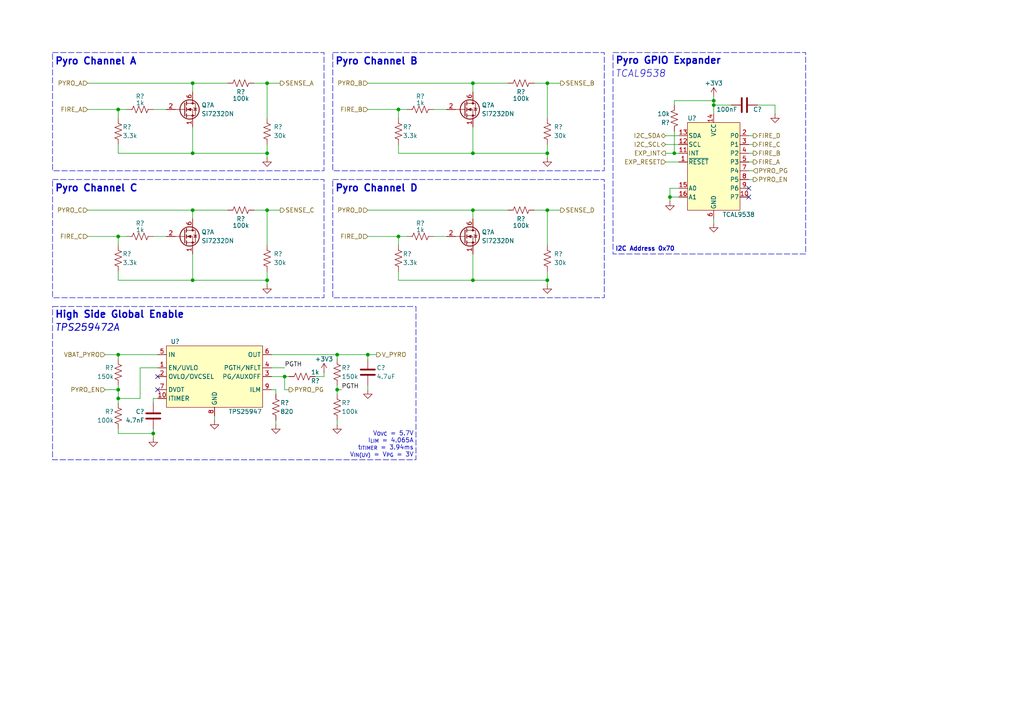
<source format=kicad_sch>
(kicad_sch (version 20250114) (generator "eeschema") (generator_version "9.0")
  (paper "A4")
  (title_block (title "MIDAS Mini Pyrotechnic Circuitry MK1") (date "2025-11-06") (rev "A") (company "Illinois Space Society") (comment 3 "Chethan Karandikar") (comment 4 "Contributors: Linus Mitchell, Anika Stalter, Ryan Choy, Thomas McManamen, "))
  (lib_symbols
    (symbol "Device:C" (pin_numbers (hide yes)) (pin_names (offset 0.254))
      (property "Reference" "C" (at 0.635 2.54 0))
      (property "Value" "C" (at 0.635 -2.54 0))
      (symbol "C_0_1"
        (polyline (pts (xy -2.032 0.762) (xy 2.032 0.762)) (stroke (width 0.508)))
        (polyline (pts (xy -2.032 -0.762) (xy 2.032 -0.762)) (stroke (width 0.508)))
      )
      (symbol "C_1_1"
        (pin passive line (at 0 3.81 270) (length 2.794) (name "~") (number "1"))
        (pin passive line (at 0 -3.81 90) (length 2.794) (name "~") (number "2"))
      )
    )
    (symbol "Device:R_US" (pin_numbers (hide yes)) (pin_names (offset 0))
      (property "Reference" "R" (at 2.54 0 90))
      (property "Value" "R_US" (at -2.54 0 90))
      (symbol "R_US_0_1"
        (polyline (pts (xy 0 2.286) (xy 0 2.54)))
        (polyline (pts (xy 0 2.286) (xy 1.016 1.905) (xy 0 1.524) (xy -1.016 1.143) (xy 0 0.762)))
        (polyline (pts (xy 0 0.762) (xy 1.016 0.381) (xy 0 0) (xy -1.016 -0.381) (xy 0 -0.762)))
        (polyline (pts (xy 0 -0.762) (xy 1.016 -1.143) (xy 0 -1.524) (xy -1.016 -1.905) (xy 0 -2.286)))
        (polyline (pts (xy 0 -2.286) (xy 0 -2.54)))
      )
      (symbol "R_US_1_1"
        (pin passive line (at 0 3.81 270) (length 1.27) (name "~") (number "1"))
        (pin passive line (at 0 -3.81 90) (length 1.27) (name "~") (number "2"))
      )
    )
    (symbol "Interface_Expander_Texas:TCAL9538" (pin_names (offset 0.254))
      (property "Reference" "U" (at -7.62 13.97 0))
      (property "Value" "TCAL9538" (at 7.62 -13.97 0))
      (symbol "TCAL9538_0_1"
        (pin bidirectional line (at -10.16 8.89 0) (length 2.54) (name "SDA") (number "13"))
        (pin input line (at -10.16 6.35 0) (length 2.54) (name "SCL") (number "12"))
        (pin output line (at -10.16 3.81 0) (length 2.54) (name "INT") (number "11"))
        (pin input line (at -10.16 -6.35 0) (length 2.54) (name "A0") (number "15"))
        (pin input line (at -10.16 -8.89 0) (length 2.54) (name "A1") (number "16"))
        (pin power_in line (at 0 15.24 270) (length 2.54) (name "VCC") (number "14"))
        (pin power_out line (at 0 -15.24 90) (length 2.54) (name "GND") (number "6"))
        (pin bidirectional line (at 10.16 6.35 180) (length 2.54) (name "P1") (number "3"))
        (pin bidirectional line (at 10.16 3.81 180) (length 2.54) (name "P2") (number "4"))
        (pin bidirectional line (at 10.16 1.27 180) (length 2.54) (name "P3") (number "5"))
        (pin bidirectional line (at 10.16 -1.27 180) (length 2.54) (name "P4") (number "7"))
        (pin bidirectional line (at 10.16 -3.81 180) (length 2.54) (name "P5") (number "8"))
        (pin bidirectional line (at 10.16 -6.35 180) (length 2.54) (name "P6") (number "9"))
        (pin bidirectional line (at 10.16 -8.89 180) (length 2.54) (name "P7") (number "10"))
      )
      (symbol "TCAL9538_1_1"
        (rectangle (start -7.62 12.7) (end 7.62 -12.7) (fill (type background)))
        (rectangle (start -5.08 12.7) (end -5.08 12.7) (fill (type background)))
        (pin input line (at -10.16 1.27 0) (length 2.54) (name "~{RESET}") (number "1"))
        (pin bidirectional line (at 10.16 8.89 180) (length 2.54) (name "P0") (number "2"))
      )
    )
    (symbol "Power_eFuse:TPS25947"
      (property "Reference" "U" (at -13.97 10.16 0))
      (property "Value" "TPS25947" (at 8.255 10.16 0))
      (symbol "TPS25947_0_0"
        (pin power_in line (at -16.51 6.35 0) (length 2.54) (name "IN") (number "5"))
        (pin input line (at -16.51 2.54 0) (length 2.54) (name "EN/UVLO") (number "1"))
        (pin input line (at -16.51 0 0) (length 2.54) (name "OVLO/OVCSEL") (number "2"))
        (pin output line (at -16.51 -3.81 0) (length 2.54) (name "DVDT") (number "7"))
        (pin output line (at -16.51 -6.35 0) (length 2.54) (name "ITIMER") (number "10"))
        (pin input line (at 0 -11.43 90) (length 2.54) (name "GND") (number "8"))
        (pin power_out line (at 16.51 6.35 180) (length 2.54) (name "OUT") (number "6"))
        (pin bidirectional line (at 16.51 2.54 180) (length 2.54) (name "PGTH/NFLT") (number "4"))
        (pin output line (at 16.51 0 180) (length 2.54) (name "PG/AUXOFF") (number "3"))
        (pin output line (at 16.51 -3.81 180) (length 2.54) (name "ILM") (number "9"))
      )
      (symbol "TPS25947_0_1"
        (rectangle (start -13.97 8.89) (end 13.97 -8.89) (fill (type background)))
      )
    )
    (symbol "Transistor_FET_Vishay:Si7232DN" (pin_names (hide yes))
      (property "Reference" "Q" (at 2.54 -1.27 0))
      (property "Value" "Si7232DN" (at 2.54 1.27 0))
      (symbol "Si7232DN_0_1"
        (polyline (pts (xy -2.286 1.905) (xy -2.286 -1.905)) (stroke (width 0.254)))
        (polyline (pts (xy -2.286 0) (xy -5.08 0)))
        (polyline (pts (xy -1.778 2.286) (xy -1.778 1.27)) (stroke (width 0.254)))
        (polyline (pts (xy -1.778 0.508) (xy -1.778 -0.508)) (stroke (width 0.254)))
        (polyline (pts (xy -1.778 -1.27) (xy -1.778 -2.286)) (stroke (width 0.254)))
        (polyline (pts (xy -1.778 -1.778) (xy 0.762 -1.778) (xy 0.762 1.778) (xy -1.778 1.778)))
        (polyline (pts (xy -1.524 0) (xy -0.508 0.381) (xy -0.508 -0.381) (xy -1.524 0)) (fill (type outline)))
        (circle (center -0.889 0) (radius 2.794) (stroke (width 0.254)))
        (polyline (pts (xy 0 2.54) (xy 0 1.778)))
        (circle (center 0 1.778) (radius 0.254) (fill (type outline)))
        (circle (center 0 -1.778) (radius 0.254) (fill (type outline)))
        (polyline (pts (xy 0 -2.54) (xy 0 0) (xy -1.778 0)))
        (polyline (pts (xy 0.254 0.508) (xy 0.381 0.381) (xy 1.143 0.381) (xy 1.27 0.254)))
        (polyline (pts (xy 0.762 0.381) (xy 0.381 -0.254) (xy 1.143 -0.254) (xy 0.762 0.381)))
      )
      (symbol "Si7232DN_1_0"
        (pin input line (at -7.62 0 0) (length 2.54) (name "G1") (number "2"))
        (pin passive line (at 0 5.08 270) (length 2.54) (name "D1") (number "6"))
        (pin passive line (at 0 -5.08 90) (length 2.54) (name "S1") (number "1"))
      )
      (symbol "Si7232DN_2_0"
        (pin input line (at -7.62 0 0) (length 2.54) (name "G2") (number "4"))
        (pin passive line (at 0 5.08 270) (length 2.54) (name "D2") (number "5"))
        (pin passive line (at 0 -5.08 90) (length 2.54) (name "S2") (number "3"))
      )
    )
    (symbol "power:+3V3" (power) (pin_numbers (hide yes)) (pin_names (offset 0) (hide yes))
      (property "Value" "+3V3" (at 0 3.556 0))
      (symbol "+3V3_0_1"
        (polyline (pts (xy -0.762 1.27) (xy 0 2.54)))
        (polyline (pts (xy 0 2.54) (xy 0.762 1.27)))
        (polyline (pts (xy 0 0) (xy 0 2.54)))
      )
      (symbol "+3V3_1_1"
        (pin power_in line (at 0 0 90) (length 0) (name "~") (number "1"))
      )
    )
    (symbol "power:GND" (power) (pin_numbers (hide yes)) (pin_names (offset 0) (hide yes))
      (property "Value" "GND" (at 0 -3.81 0))
      (symbol "GND_0_1"
        (polyline (pts (xy 0 0) (xy 0 -1.27) (xy 1.27 -1.27) (xy 0 -2.54) (xy -1.27 -1.27) (xy 0 -1.27)))
      )
      (symbol "GND_1_1"
        (pin power_in line (at 0 0 270) (length 0) (name "~") (number "1"))
      )
    )
  )
  (rectangle (start 15.24 52.07) (end 93.98 86.36) (stroke (width 0) (type dash)))
  (rectangle (start 15.24 15.24) (end 93.98 49.53) (stroke (width 0) (type dash)))
  (rectangle (start 96.52 52.07) (end 175.26 86.36) (stroke (width 0) (type dash)))
  (rectangle (start 15.24 88.9) (end 120.65 133.35) (stroke (width 0) (type dash)))
  (rectangle (start 177.8 15.24) (end 233.68 73.66) (stroke (width 0) (type dash)))
  (rectangle (start 96.52 15.24) (end 175.26 49.53) (stroke (width 0) (type dash)))
  (text "I2C Address 0x70" (at 178.435 73.025 0) (effects (font (size 1.27 1.27) (thickness 0.254) (bold yes)) (justify left bottom)))
  (text "Pyro Channel D" (at 97.155 55.88 0) (effects (font (size 2 2) (thickness 0.4) (bold yes)) (justify left bottom)))
  (text "Pyro Channel C" (at 15.875 55.88 0) (effects (font (size 2 2) (thickness 0.4) (bold yes)) (justify left bottom)))
  (text "V_{OVC} = 5.7V\nI_{LIM} = 4.065A\nt_{ITIMER} = 3.94ms\nV_{IN(UV)} = V_{PG} = 3V" (at 120.015 132.715 0) (effects (font (size 1.27 1.27)) (justify right bottom)))
  (text "Pyro GPIO Expander" (at 178.435 16.51 0) (effects (font (size 2 2) (thickness 0.4) (bold yes)) (justify left top)))
  (text "Pyro Channel B" (at 97.155 19.05 0) (effects (font (size 2 2) (thickness 0.4) (bold yes)) (justify left bottom)))
  (text "TCAL9538" (at 178.435 20.32 0) (effects (font (size 2 2) (italic yes)) (justify left top)))
  (text "TPS259472A" (at 15.875 93.98 0) (effects (font (size 2 2) (thickness 0.25) (italic yes)) (justify left top)))
  (text "Pyro Channel A" (at 15.875 19.05 0) (effects (font (size 2 2) (thickness 0.4) (bold yes)) (justify left bottom)))
  (text "High Side Global Enable" (at 15.875 90.17 0) (effects (font (size 2 2) (thickness 0.4) (bold yes)) (justify left top)))
  (junction (at 77.47 81.28))
  (junction (at 55.88 81.28))
  (junction (at 34.29 115.57))
  (junction (at 106.68 102.87))
  (junction (at 207.01 29.21))
  (junction (at 137.16 81.28))
  (junction (at 34.29 102.87))
  (junction (at 77.47 24.13))
  (junction (at 137.16 44.45))
  (junction (at 115.57 31.75))
  (junction (at 207.01 30.48))
  (junction (at 194.31 57.15))
  (junction (at 34.29 113.03))
  (junction (at 158.75 60.96))
  (junction (at 55.88 60.96))
  (junction (at 97.79 102.87))
  (junction (at 77.47 44.45))
  (junction (at 55.88 44.45))
  (junction (at 158.75 44.45))
  (junction (at 55.88 24.13))
  (junction (at 34.29 31.75))
  (junction (at 44.45 125.73))
  (junction (at 158.75 24.13))
  (junction (at 195.58 44.45))
  (junction (at 34.29 68.58))
  (junction (at 82.55 109.22))
  (junction (at 137.16 24.13))
  (junction (at 97.79 113.03))
  (junction (at 115.57 68.58))
  (junction (at 158.75 81.28))
  (junction (at 137.16 60.96))
  (junction (at 77.47 60.96))
  (no_connect (at 217.17 54.61))
  (no_connect (at 45.72 113.03))
  (no_connect (at 45.72 109.22))
  (no_connect (at 217.17 57.15))
  (wire (pts (xy 137.16 44.45) (xy 158.75 44.45)))
  (wire (pts (xy 30.48 102.87) (xy 34.29 102.87)))
  (wire (pts (xy 44.45 125.73) (xy 44.45 127)))
  (wire (pts (xy 217.17 49.53) (xy 218.44 49.53)))
  (wire (pts (xy 93.98 109.22) (xy 91.44 109.22)))
  (wire (pts (xy 207.01 27.94) (xy 207.01 29.21)))
  (wire (pts (xy 34.29 115.57) (xy 34.29 116.84)))
  (wire (pts (xy 77.47 78.74) (xy 77.47 81.28)))
  (wire (pts (xy 44.45 124.46) (xy 44.45 125.73)))
  (wire (pts (xy 154.94 24.13) (xy 158.75 24.13)))
  (wire (pts (xy 97.79 111.76) (xy 97.79 113.03)))
  (wire (pts (xy 115.57 44.45) (xy 115.57 41.91)))
  (wire (pts (xy 44.45 68.58) (xy 48.26 68.58)))
  (wire (pts (xy 158.75 81.28) (xy 158.75 82.55)))
  (wire (pts (xy 25.4 31.75) (xy 34.29 31.75)))
  (wire (pts (xy 34.29 31.75) (xy 34.29 34.29)))
  (wire (pts (xy 224.79 30.48) (xy 224.79 33.02)))
  (wire (pts (xy 118.11 68.58) (xy 115.57 68.58)))
  (wire (pts (xy 218.44 39.37) (xy 217.17 39.37)))
  (wire (pts (xy 25.4 24.13) (xy 55.88 24.13)))
  (wire (pts (xy 36.83 31.75) (xy 34.29 31.75)))
  (wire (pts (xy 194.31 54.61) (xy 194.31 57.15)))
  (wire (pts (xy 55.88 44.45) (xy 77.47 44.45)))
  (wire (pts (xy 77.47 60.96) (xy 77.47 71.12)))
  (wire (pts (xy 137.16 24.13) (xy 147.32 24.13)))
  (wire (pts (xy 34.29 111.76) (xy 34.29 113.03)))
  (wire (pts (xy 137.16 24.13) (xy 137.16 26.67)))
  (wire (pts (xy 137.16 60.96) (xy 147.32 60.96)))
  (wire (pts (xy 193.04 46.99) (xy 196.85 46.99)))
  (wire (pts (xy 193.04 41.91) (xy 196.85 41.91)))
  (wire (pts (xy 78.74 113.03) (xy 80.01 113.03)))
  (wire (pts (xy 158.75 60.96) (xy 158.75 71.12)))
  (wire (pts (xy 44.45 115.57) (xy 44.45 116.84)))
  (wire (pts (xy 194.31 57.15) (xy 194.31 58.42)))
  (wire (pts (xy 78.74 106.68) (xy 82.55 106.68)))
  (wire (pts (xy 218.44 41.91) (xy 217.17 41.91)))
  (wire (pts (xy 81.28 24.13) (xy 77.47 24.13)))
  (wire (pts (xy 137.16 81.28) (xy 158.75 81.28)))
  (wire (pts (xy 106.68 31.75) (xy 115.57 31.75)))
  (wire (pts (xy 77.47 24.13) (xy 77.47 34.29)))
  (wire (pts (xy 55.88 60.96) (xy 55.88 63.5)))
  (wire (pts (xy 55.88 24.13) (xy 66.04 24.13)))
  (wire (pts (xy 193.04 39.37) (xy 196.85 39.37)))
  (wire (pts (xy 195.58 29.21) (xy 207.01 29.21)))
  (wire (pts (xy 81.28 60.96) (xy 77.47 60.96)))
  (wire (pts (xy 34.29 102.87) (xy 45.72 102.87)))
  (wire (pts (xy 82.55 113.03) (xy 83.82 113.03)))
  (wire (pts (xy 115.57 44.45) (xy 137.16 44.45)))
  (wire (pts (xy 73.66 24.13) (xy 77.47 24.13)))
  (wire (pts (xy 162.56 24.13) (xy 158.75 24.13)))
  (wire (pts (xy 115.57 68.58) (xy 115.57 71.12)))
  (wire (pts (xy 115.57 31.75) (xy 115.57 34.29)))
  (wire (pts (xy 34.29 113.03) (xy 34.29 115.57)))
  (wire (pts (xy 115.57 81.28) (xy 115.57 78.74)))
  (wire (pts (xy 25.4 68.58) (xy 34.29 68.58)))
  (wire (pts (xy 154.94 60.96) (xy 158.75 60.96)))
  (wire (pts (xy 77.47 81.28) (xy 77.47 82.55)))
  (wire (pts (xy 44.45 125.73) (xy 34.29 125.73)))
  (wire (pts (xy 118.11 31.75) (xy 115.57 31.75)))
  (wire (pts (xy 34.29 104.14) (xy 34.29 102.87)))
  (wire (pts (xy 93.98 107.95) (xy 93.98 109.22)))
  (wire (pts (xy 44.45 31.75) (xy 48.26 31.75)))
  (wire (pts (xy 137.16 60.96) (xy 137.16 63.5)))
  (wire (pts (xy 55.88 81.28) (xy 77.47 81.28)))
  (wire (pts (xy 158.75 78.74) (xy 158.75 81.28)))
  (wire (pts (xy 77.47 45.72) (xy 77.47 44.45)))
  (wire (pts (xy 82.55 109.22) (xy 82.55 113.03)))
  (wire (pts (xy 109.22 102.87) (xy 106.68 102.87)))
  (wire (pts (xy 162.56 60.96) (xy 158.75 60.96)))
  (wire (pts (xy 97.79 121.92) (xy 97.79 123.19)))
  (wire (pts (xy 40.64 115.57) (xy 40.64 106.68)))
  (wire (pts (xy 34.29 81.28) (xy 55.88 81.28)))
  (wire (pts (xy 97.79 102.87) (xy 97.79 104.14)))
  (wire (pts (xy 30.48 113.03) (xy 34.29 113.03)))
  (wire (pts (xy 40.64 106.68) (xy 45.72 106.68)))
  (wire (pts (xy 158.75 41.91) (xy 158.75 44.45)))
  (wire (pts (xy 158.75 44.45) (xy 158.75 45.72)))
  (wire (pts (xy 193.04 44.45) (xy 195.58 44.45)))
  (wire (pts (xy 115.57 81.28) (xy 137.16 81.28)))
  (wire (pts (xy 195.58 38.1) (xy 195.58 44.45)))
  (wire (pts (xy 106.68 102.87) (xy 106.68 104.14)))
  (wire (pts (xy 218.44 44.45) (xy 217.17 44.45)))
  (wire (pts (xy 62.23 120.65) (xy 62.23 121.92)))
  (wire (pts (xy 55.88 24.13) (xy 55.88 26.67)))
  (wire (pts (xy 219.71 30.48) (xy 224.79 30.48)))
  (wire (pts (xy 106.68 68.58) (xy 115.57 68.58)))
  (wire (pts (xy 34.29 44.45) (xy 55.88 44.45)))
  (wire (pts (xy 78.74 102.87) (xy 97.79 102.87)))
  (wire (pts (xy 137.16 44.45) (xy 137.16 36.83)))
  (wire (pts (xy 195.58 44.45) (xy 196.85 44.45)))
  (wire (pts (xy 80.01 114.3) (xy 80.01 113.03)))
  (wire (pts (xy 73.66 60.96) (xy 77.47 60.96)))
  (wire (pts (xy 195.58 29.21) (xy 195.58 30.48)))
  (wire (pts (xy 158.75 24.13) (xy 158.75 34.29)))
  (wire (pts (xy 45.72 115.57) (xy 44.45 115.57)))
  (wire (pts (xy 34.29 125.73) (xy 34.29 124.46)))
  (wire (pts (xy 36.83 68.58) (xy 34.29 68.58)))
  (wire (pts (xy 207.01 63.5) (xy 207.01 64.77)))
  (wire (pts (xy 80.01 121.92) (xy 80.01 123.19)))
  (wire (pts (xy 82.55 109.22) (xy 83.82 109.22)))
  (wire (pts (xy 137.16 81.28) (xy 137.16 73.66)))
  (wire (pts (xy 78.74 109.22) (xy 82.55 109.22)))
  (wire (pts (xy 34.29 81.28) (xy 34.29 78.74)))
  (wire (pts (xy 97.79 113.03) (xy 97.79 114.3)))
  (wire (pts (xy 125.73 31.75) (xy 129.54 31.75)))
  (wire (pts (xy 106.68 24.13) (xy 137.16 24.13)))
  (wire (pts (xy 106.68 111.76) (xy 106.68 113.03)))
  (wire (pts (xy 77.47 41.91) (xy 77.47 44.45)))
  (wire (pts (xy 25.4 60.96) (xy 55.88 60.96)))
  (wire (pts (xy 106.68 60.96) (xy 137.16 60.96)))
  (wire (pts (xy 217.17 52.07) (xy 218.44 52.07)))
  (wire (pts (xy 97.79 113.03) (xy 99.06 113.03)))
  (wire (pts (xy 55.88 81.28) (xy 55.88 73.66)))
  (wire (pts (xy 207.01 30.48) (xy 207.01 33.02)))
  (wire (pts (xy 194.31 57.15) (xy 196.85 57.15)))
  (wire (pts (xy 196.85 54.61) (xy 194.31 54.61)))
  (wire (pts (xy 34.29 68.58) (xy 34.29 71.12)))
  (wire (pts (xy 34.29 44.45) (xy 34.29 41.91)))
  (wire (pts (xy 207.01 29.21) (xy 207.01 30.48)))
  (wire (pts (xy 218.44 46.99) (xy 217.17 46.99)))
  (wire (pts (xy 106.68 102.87) (xy 97.79 102.87)))
  (wire (pts (xy 207.01 30.48) (xy 212.09 30.48)))
  (wire (pts (xy 55.88 44.45) (xy 55.88 36.83)))
  (wire (pts (xy 55.88 60.96) (xy 66.04 60.96)))
  (wire (pts (xy 34.29 115.57) (xy 40.64 115.57)))
  (wire (pts (xy 125.73 68.58) (xy 129.54 68.58)))
  (label "PGTH" (at 99.06 113.03 0))
  (label "PGTH" (at 82.55 106.68 0))
  (hierarchical_label "FIRE_D" (shape output) (at 218.44 39.37 0))
  (hierarchical_label "VBAT_PYRO" (shape input) (at 30.48 102.87 180))
  (hierarchical_label "PYRO_PG" (shape output) (at 83.82 113.03 0))
  (hierarchical_label "FIRE_D" (shape input) (at 106.68 68.58 180))
  (hierarchical_label "PYRO_D" (shape input) (at 106.68 60.96 180))
  (hierarchical_label "PYRO_EN" (shape output) (at 218.44 52.07 0))
  (hierarchical_label "V_PYRO" (shape output) (at 109.22 102.87 0))
  (hierarchical_label "SENSE_C" (shape output) (at 81.28 60.96 0))
  (hierarchical_label "I2C_SDA" (shape bidirectional) (at 193.04 39.37 180))
  (hierarchical_label "PYRO_B" (shape input) (at 106.68 24.13 180))
  (hierarchical_label "SENSE_D" (shape output) (at 162.56 60.96 0))
  (hierarchical_label "PYRO_EN" (shape input) (at 30.48 113.03 180))
  (hierarchical_label "FIRE_A" (shape output) (at 218.44 46.99 0))
  (hierarchical_label "PYRO_PG" (shape input) (at 218.44 49.53 0))
  (hierarchical_label "FIRE_A" (shape input) (at 25.4 31.75 180))
  (hierarchical_label "EXP_RESET" (shape input) (at 193.04 46.99 180))
  (hierarchical_label "FIRE_C" (shape input) (at 25.4 68.58 180))
  (hierarchical_label "FIRE_B" (shape input) (at 106.68 31.75 180))
  (hierarchical_label "EXP_INT" (shape output) (at 193.04 44.45 180))
  (hierarchical_label "SENSE_A" (shape output) (at 81.28 24.13 0))
  (hierarchical_label "FIRE_B" (shape output) (at 218.44 44.45 0))
  (hierarchical_label "I2C_SCL" (shape bidirectional) (at 193.04 41.91 180))
  (hierarchical_label "PYRO_C" (shape input) (at 25.4 60.96 180))
  (hierarchical_label "FIRE_C" (shape output) (at 218.44 41.91 0))
  (hierarchical_label "PYRO_A" (shape input) (at 25.4 24.13 180))
  (hierarchical_label "SENSE_B" (shape output) (at 162.56 24.13 0))
  (symbol (lib_id "power:GND") (at 97.79 123.19 0) (unit 1)
    (property "Reference" "#PWR?" (effects (hide yes)))
    (property "Value" "GND" (effects (hide yes)))
    (property "Description" "Power symbol creates a global label with name \"GND\" , ground" (effects (hide yes)))
  )
  (symbol (lib_id "Power_eFuse:TPS25947") (at 62.23 109.22 0) (unit 1)
    (property "Reference" "U?" (at 50.8 99.06 0))
    (property "Value" "TPS25947" (at 71.12 119.38 0))
    (property "Footprint" "Package_VQFN:VQFN-HR-RPW0010A" (effects (hide yes)))
    (property "Datasheet" "https://www.ti.com/lit/ds/symlink/tps25947.pdf" (effects (hide yes)))
    (property "Description" "2.7V - 23V, 5.5A, 28mOhm, eFuse, Reversue Current and Polarity Blocking, Current Limiting, VQFN-HR" (effects (hide yes)))
  )
  (symbol (lib_id "Device:R_US") (at 77.47 74.93 180) (unit 1)
    (property "Reference" "R?" (at 79.375 73.66 0) (effects (justify right)))
    (property "Value" "30k" (at 79.375 76.2 0) (effects (justify right)))
    (property "Footprint" "Resistor_SMD:R_0402_1005Metric" (effects (hide yes)))
  )
  (symbol (lib_id "Device:R_US") (at 195.58 34.29 0) (mirror x) (unit 1)
    (property "Reference" "R?" (at 194.31 35.56 0) (effects (justify right)))
    (property "Value" "10k" (at 194.31 33.02 0) (effects (justify right)))
    (property "Footprint" "Resistor_SMD:R_0402_1005Metric" (effects (hide yes)))
  )
  (symbol (lib_id "Transistor_FET_Vishay:Si7232DN") (at 137.16 31.75 0) (unit 1)
    (property "Reference" "Q?" (at 139.7 30.48 0) (effects (justify left)))
    (property "Value" "Si7232DN" (at 139.7 33.02 0) (effects (justify left)))
    (property "Footprint" "Transistor_FET_Vishay:Vishay_PowerPAK_1212-8_Dual" (effects (hide yes)))
    (property "Datasheet" "https://www.vishay.com/docs/68986/si7232dn.pdf" (effects (hide yes)))
    (property "Description" "25A Id, 20Vd, Dual N-Channel MOSFET, PowerPak 1212-8" (effects (hide yes)))
  )
  (symbol (lib_id "Transistor_FET_Vishay:Si7232DN") (at 137.16 68.58 0) (unit 1)
    (property "Reference" "Q?" (at 139.7 67.31 0) (effects (justify left)))
    (property "Value" "Si7232DN" (at 139.7 69.85 0) (effects (justify left)))
    (property "Footprint" "Transistor_FET_Vishay:Vishay_PowerPAK_1212-8_Dual" (effects (hide yes)))
    (property "Datasheet" "https://www.vishay.com/docs/68986/si7232dn.pdf" (effects (hide yes)))
    (property "Description" "25A Id, 20Vd, Dual N-Channel MOSFET, PowerPak 1212-8" (effects (hide yes)))
  )
  (symbol (lib_id "Device:C") (at 215.9 30.48 270) (unit 1)
    (property "Reference" "C?" (at 219.71 31.75 90))
    (property "Value" "100nF" (at 210.82 31.75 90))
    (property "Footprint" "Capacitor_SMD:C_0402_1005Metric" (effects (hide yes)))
    (property "Description" "Unpolarized capacitor" (effects (hide yes)))
  )
  (symbol (lib_id "power:GND") (at 80.01 123.19 0) (unit 1)
    (property "Reference" "#PWR?" (effects (hide yes)))
    (property "Value" "GND" (effects (hide yes)))
    (property "Description" "Power symbol creates a global label with name \"GND\" , ground" (effects (hide yes)))
  )
  (symbol (lib_id "Device:R_US") (at 158.75 38.1 180) (unit 1)
    (property "Reference" "R?" (at 160.655 36.83 0) (effects (justify right)))
    (property "Value" "30k" (at 160.655 39.37 0) (effects (justify right)))
    (property "Footprint" "Resistor_SMD:R_0402_1005Metric" (effects (hide yes)))
  )
  (symbol (lib_id "power:GND") (at 207.01 64.77 0) (unit 1)
    (property "Reference" "#PWR?" (effects (hide yes)))
    (property "Value" "GND" (effects (hide yes)))
    (property "Description" "Power symbol creates a global label with name \"GND\" , ground" (effects (hide yes)))
  )
  (symbol (lib_id "Device:R_US") (at 34.29 107.95 0) (unit 1)
    (property "Reference" "R?" (at 33.02 106.68 0) (effects (justify right)))
    (property "Value" "150k" (at 33.02 109.22 0) (effects (justify right)))
    (property "Footprint" "Resistor_SMD:R_0402_1005Metric" (effects (hide yes)))
    (property "Description" "Resistor, US symbol" (effects (hide yes)))
  )
  (symbol (lib_id "Device:R_US") (at 158.75 74.93 180) (unit 1)
    (property "Reference" "R?" (at 160.655 73.66 0) (effects (justify right)))
    (property "Value" "30k" (at 160.655 76.2 0) (effects (justify right)))
    (property "Footprint" "Resistor_SMD:R_0402_1005Metric" (effects (hide yes)))
  )
  (symbol (lib_id "Transistor_FET_Vishay:Si7232DN") (at 55.88 68.58 0) (unit 1)
    (property "Reference" "Q?" (at 58.42 67.31 0) (effects (justify left)))
    (property "Value" "Si7232DN" (at 58.42 69.85 0) (effects (justify left)))
    (property "Footprint" "Transistor_FET_Vishay:Vishay_PowerPAK_1212-8_Dual" (effects (hide yes)))
    (property "Datasheet" "https://www.vishay.com/docs/68986/si7232dn.pdf" (effects (hide yes)))
    (property "Description" "25A Id, 20Vd, Dual N-Channel MOSFET, PowerPak 1212-8" (effects (hide yes)))
  )
  (symbol (lib_id "Device:R_US") (at 80.01 118.11 0) (unit 1)
    (property "Reference" "R?" (at 81.28 116.84 0) (effects (justify left)))
    (property "Value" "820" (at 81.28 119.38 0) (effects (justify left)))
    (property "Footprint" "Resistor_SMD:R_0402_1005Metric" (effects (hide yes)))
    (property "Description" "Resistor, US symbol" (effects (hide yes)))
  )
  (symbol (lib_id "Device:R_US") (at 97.79 118.11 0) (unit 1)
    (property "Reference" "R?" (at 99.06 116.84 0) (effects (justify left)))
    (property "Value" "100k" (at 99.06 119.38 0) (effects (justify left)))
    (property "Footprint" "Resistor_SMD:R_0402_1005Metric" (effects (hide yes)))
    (property "Description" "Resistor, US symbol" (effects (hide yes)))
  )
  (symbol (lib_id "power:GND") (at 77.47 82.55 0) (unit 1)
    (property "Reference" "#PWR?" (effects (hide yes)))
    (property "Value" "GND" (effects (hide yes)))
    (property "Description" "Power symbol creates a global label with name \"GND\" , ground" (effects (hide yes)))
  )
  (symbol (lib_id "Device:R_US") (at 34.29 74.93 0) (unit 1)
    (property "Reference" "R?" (at 35.56 73.66 0) (effects (justify left)))
    (property "Value" "3.3k" (at 35.56 76.2 0) (effects (justify left)))
    (property "Footprint" "Resistor_SMD:R_0402_1005Metric" (effects (hide yes)))
  )
  (symbol (lib_id "Device:R_US") (at 69.85 60.96 270) (unit 1)
    (property "Reference" "R?" (at 69.85 63.5 90))
    (property "Value" "100k" (at 69.85 65.405 90))
    (property "Footprint" "Resistor_SMD:R_0402_1005Metric" (effects (hide yes)))
  )
  (symbol (lib_id "Device:R_US") (at 151.13 60.96 270) (unit 1)
    (property "Reference" "R?" (at 151.13 63.5 90))
    (property "Value" "100k" (at 151.13 65.405 90))
    (property "Footprint" "Resistor_SMD:R_0402_1005Metric" (effects (hide yes)))
  )
  (symbol (lib_id "Device:R_US") (at 40.64 31.75 90) (unit 1)
    (property "Reference" "R?" (at 40.64 27.94 90))
    (property "Value" "1k" (at 40.64 29.845 90))
    (property "Footprint" "Resistor_SMD:R_0402_1005Metric" (effects (hide yes)))
  )
  (symbol (lib_id "power:GND") (at 77.47 45.72 0) (unit 1)
    (property "Reference" "#PWR?" (effects (hide yes)))
    (property "Value" "GND" (effects (hide yes)))
    (property "Description" "Power symbol creates a global label with name \"GND\" , ground" (effects (hide yes)))
  )
  (symbol (lib_id "Device:R_US") (at 115.57 38.1 0) (unit 1)
    (property "Reference" "R?" (at 116.84 36.83 0) (effects (justify left)))
    (property "Value" "3.3k" (at 116.84 39.37 0) (effects (justify left)))
    (property "Footprint" "Resistor_SMD:R_0402_1005Metric" (effects (hide yes)))
  )
  (symbol (lib_id "Device:R_US") (at 87.63 109.22 90) (unit 1)
    (property "Reference" "R?" (at 90.17 110.49 90) (effects (justify right)))
    (property "Value" "1k" (at 90.17 107.95 90) (effects (justify right)))
    (property "Footprint" "Resistor_SMD:R_0402_1005Metric" (effects (hide yes)))
    (property "Description" "Resistor, US symbol" (effects (hide yes)))
  )
  (symbol (lib_id "power:GND") (at 44.45 127 0) (unit 1)
    (property "Reference" "#PWR?" (effects (hide yes)))
    (property "Value" "GND" (effects (hide yes)))
    (property "Description" "Power symbol creates a global label with name \"GND\" , ground" (effects (hide yes)))
  )
  (symbol (lib_id "Device:R_US") (at 121.92 68.58 90) (unit 1)
    (property "Reference" "R?" (at 121.92 64.77 90))
    (property "Value" "1k" (at 121.92 66.675 90))
    (property "Footprint" "Resistor_SMD:R_0402_1005Metric" (effects (hide yes)))
  )
  (symbol (lib_id "Device:R_US") (at 115.57 74.93 0) (unit 1)
    (property "Reference" "R?" (at 116.84 73.66 0) (effects (justify left)))
    (property "Value" "3.3k" (at 116.84 76.2 0) (effects (justify left)))
    (property "Footprint" "Resistor_SMD:R_0402_1005Metric" (effects (hide yes)))
  )
  (symbol (lib_id "power:+3V3") (at 93.98 107.95 0) (unit 1)
    (property "Reference" "#PWR?" (effects (hide yes)))
    (property "Value" "+3V3" (at 93.98 104.14 0))
    (property "Description" "Power symbol creates a global label with name \"+3V3\"" (effects (hide yes)))
  )
  (symbol (lib_id "power:GND") (at 62.23 121.92 0) (unit 1)
    (property "Reference" "#PWR?" (effects (hide yes)))
    (property "Value" "GND" (effects (hide yes)))
    (property "Description" "Power symbol creates a global label with name \"GND\" , ground" (effects (hide yes)))
  )
  (symbol (lib_id "Device:R_US") (at 121.92 31.75 90) (unit 1)
    (property "Reference" "R?" (at 121.92 27.94 90))
    (property "Value" "1k" (at 121.92 29.845 90))
    (property "Footprint" "Resistor_SMD:R_0402_1005Metric" (effects (hide yes)))
  )
  (symbol (lib_id "power:GND") (at 224.79 33.02 0) (unit 1)
    (property "Reference" "#PWR?" (effects (hide yes)))
    (property "Value" "GND" (effects (hide yes)))
    (property "Description" "Power symbol creates a global label with name \"GND\" , ground" (effects (hide yes)))
  )
  (symbol (lib_id "power:GND") (at 106.68 113.03 0) (unit 1)
    (property "Reference" "#PWR?" (effects (hide yes)))
    (property "Value" "GND" (effects (hide yes)))
    (property "Description" "Power symbol creates a global label with name \"GND\" , ground" (effects (hide yes)))
  )
  (symbol (lib_id "power:GND") (at 158.75 45.72 0) (unit 1)
    (property "Reference" "#PWR?" (effects (hide yes)))
    (property "Value" "GND" (effects (hide yes)))
    (property "Description" "Power symbol creates a global label with name \"GND\" , ground" (effects (hide yes)))
  )
  (symbol (lib_id "Device:C") (at 106.68 107.95 0) (mirror y) (unit 1)
    (property "Reference" "C?" (at 109.22 106.68 0) (effects (justify right)))
    (property "Value" "4.7uF" (at 109.22 109.22 0) (effects (justify right)))
    (property "Footprint" "Capacitor_SMD:C_0402_1005Metric" (effects (hide yes)))
    (property "Description" "Unpolarized capacitor" (effects (hide yes)))
  )
  (symbol (lib_id "power:GND") (at 158.75 82.55 0) (unit 1)
    (property "Reference" "#PWR?" (effects (hide yes)))
    (property "Value" "GND" (effects (hide yes)))
    (property "Description" "Power symbol creates a global label with name \"GND\" , ground" (effects (hide yes)))
  )
  (symbol (lib_id "Device:C") (at 44.45 120.65 0) (unit 1)
    (property "Reference" "C?" (at 41.91 119.38 0) (effects (justify right)))
    (property "Value" "4.7nF" (at 41.91 121.92 0) (effects (justify right)))
    (property "Footprint" "Capacitor_SMD:C_0402_1005Metric" (effects (hide yes)))
    (property "Description" "Unpolarized capacitor" (effects (hide yes)))
  )
  (symbol (lib_id "Device:R_US") (at 77.47 38.1 180) (unit 1)
    (property "Reference" "R?" (at 79.375 36.83 0) (effects (justify right)))
    (property "Value" "30k" (at 79.375 39.37 0) (effects (justify right)))
    (property "Footprint" "Resistor_SMD:R_0402_1005Metric" (effects (hide yes)))
  )
  (symbol (lib_id "power:+3V3") (at 207.01 27.94 0) (unit 1)
    (property "Reference" "#PWR?" (effects (hide yes)))
    (property "Value" "+3V3" (at 207.01 24.13 0))
    (property "Description" "Power symbol creates a global label with name \"+3V3\"" (effects (hide yes)))
  )
  (symbol (lib_id "Device:R_US") (at 97.79 107.95 0) (unit 1)
    (property "Reference" "R?" (at 99.06 106.68 0) (effects (justify left)))
    (property "Value" "150k" (at 99.06 109.22 0) (effects (justify left)))
    (property "Footprint" "Resistor_SMD:R_0402_1005Metric" (effects (hide yes)))
    (property "Description" "Resistor, US symbol" (effects (hide yes)))
  )
  (symbol (lib_id "Device:R_US") (at 34.29 120.65 0) (unit 1)
    (property "Reference" "R?" (at 33.02 119.38 0) (effects (justify right)))
    (property "Value" "100k" (at 33.02 121.92 0) (effects (justify right)))
    (property "Footprint" "Resistor_SMD:R_0402_1005Metric" (effects (hide yes)))
    (property "Description" "Resistor, US symbol" (effects (hide yes)))
  )
  (symbol (lib_id "Device:R_US") (at 151.13 24.13 270) (unit 1)
    (property "Reference" "R?" (at 151.13 26.67 90))
    (property "Value" "100k" (at 151.13 28.575 90))
    (property "Footprint" "Resistor_SMD:R_0402_1005Metric" (effects (hide yes)))
  )
  (symbol (lib_id "Device:R_US") (at 34.29 38.1 0) (unit 1)
    (property "Reference" "R?" (at 35.56 36.83 0) (effects (justify left)))
    (property "Value" "3.3k" (at 35.56 39.37 0) (effects (justify left)))
    (property "Footprint" "Resistor_SMD:R_0402_1005Metric" (effects (hide yes)))
  )
  (symbol (lib_id "Transistor_FET_Vishay:Si7232DN") (at 55.88 31.75 0) (unit 1)
    (property "Reference" "Q?" (at 58.42 30.48 0) (effects (justify left)))
    (property "Value" "Si7232DN" (at 58.42 33.02 0) (effects (justify left)))
    (property "Footprint" "Transistor_FET_Vishay:Vishay_PowerPAK_1212-8_Dual" (effects (hide yes)))
    (property "Datasheet" "https://www.vishay.com/docs/68986/si7232dn.pdf" (effects (hide yes)))
    (property "Description" "25A Id, 20Vd, Dual N-Channel MOSFET, PowerPak 1212-8" (effects (hide yes)))
  )
  (symbol (lib_id "Device:R_US") (at 69.85 24.13 270) (unit 1)
    (property "Reference" "R?" (at 69.85 26.67 90))
    (property "Value" "100k" (at 69.85 28.575 90))
    (property "Footprint" "Resistor_SMD:R_0402_1005Metric" (effects (hide yes)))
  )
  (symbol (lib_id "Interface_Expander_Texas:TCAL9538") (at 207.01 48.26 0) (unit 1)
    (property "Reference" "U?" (at 199.39 34.29 0) (effects (justify left)))
    (property "Value" "TCAL9538" (at 209.55 62.23 0) (effects (justify left)))
    (property "Footprint" "Package_DFN_QFN:UQFN-16_1.8x2.6mm_P0.4mm" (effects (hide yes)))
    (property "Datasheet" "https://www.ti.com/lit/ds/symlink/tcal9538.pdf" (effects (hide yes)))
    (property "Description" "8-Bit I2C-Bus, SMBus I/O Expander With Interrupt Output, Reset, and Agile I/O Configuration Registers" (effects (hide yes)))
  )
  (symbol (lib_id "power:GND") (at 194.31 58.42 0) (unit 1)
    (property "Reference" "#PWR?" (effects (hide yes)))
    (property "Value" "GND" (effects (hide yes)))
    (property "Description" "Power symbol creates a global label with name \"GND\" , ground" (effects (hide yes)))
  )
  (symbol (lib_id "Device:R_US") (at 40.64 68.58 90) (unit 1)
    (property "Reference" "R?" (at 40.64 64.77 90))
    (property "Value" "1k" (at 40.64 66.675 90))
    (property "Footprint" "Resistor_SMD:R_0402_1005Metric" (effects (hide yes)))
  )
)
</source>
